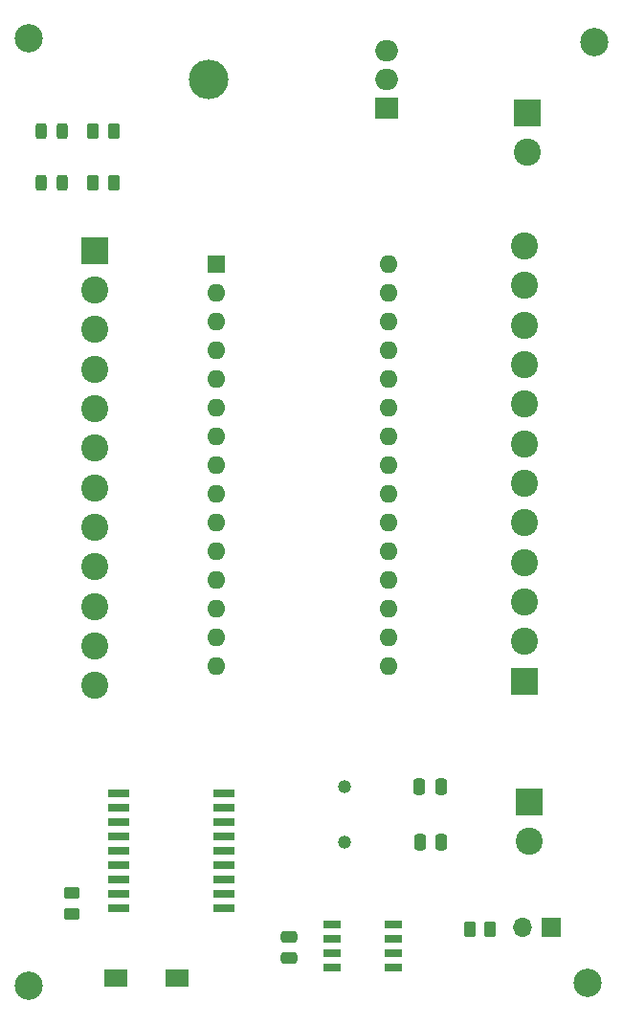
<source format=gbr>
%TF.GenerationSoftware,KiCad,Pcbnew,(6.0.10)*%
%TF.CreationDate,2023-02-10T12:49:52-06:00*%
%TF.ProjectId,lowerArm,6c6f7765-7241-4726-9d2e-6b696361645f,rev?*%
%TF.SameCoordinates,Original*%
%TF.FileFunction,Soldermask,Top*%
%TF.FilePolarity,Negative*%
%FSLAX46Y46*%
G04 Gerber Fmt 4.6, Leading zero omitted, Abs format (unit mm)*
G04 Created by KiCad (PCBNEW (6.0.10)) date 2023-02-10 12:49:52*
%MOMM*%
%LPD*%
G01*
G04 APERTURE LIST*
G04 Aperture macros list*
%AMRoundRect*
0 Rectangle with rounded corners*
0 $1 Rounding radius*
0 $2 $3 $4 $5 $6 $7 $8 $9 X,Y pos of 4 corners*
0 Add a 4 corners polygon primitive as box body*
4,1,4,$2,$3,$4,$5,$6,$7,$8,$9,$2,$3,0*
0 Add four circle primitives for the rounded corners*
1,1,$1+$1,$2,$3*
1,1,$1+$1,$4,$5*
1,1,$1+$1,$6,$7*
1,1,$1+$1,$8,$9*
0 Add four rect primitives between the rounded corners*
20,1,$1+$1,$2,$3,$4,$5,0*
20,1,$1+$1,$4,$5,$6,$7,0*
20,1,$1+$1,$6,$7,$8,$9,0*
20,1,$1+$1,$8,$9,$2,$3,0*%
G04 Aperture macros list end*
%ADD10R,1.700000X1.700000*%
%ADD11O,1.700000X1.700000*%
%ADD12RoundRect,0.243750X0.243750X0.456250X-0.243750X0.456250X-0.243750X-0.456250X0.243750X-0.456250X0*%
%ADD13O,3.500000X3.500000*%
%ADD14R,2.000000X1.905000*%
%ADD15O,2.000000X1.905000*%
%ADD16R,2.400000X2.400000*%
%ADD17C,2.400000*%
%ADD18RoundRect,0.250000X-0.262500X-0.450000X0.262500X-0.450000X0.262500X0.450000X-0.262500X0.450000X0*%
%ADD19RoundRect,0.250000X-0.250000X-0.475000X0.250000X-0.475000X0.250000X0.475000X-0.250000X0.475000X0*%
%ADD20R,2.000000X1.600000*%
%ADD21R,1.600000X1.600000*%
%ADD22O,1.600000X1.600000*%
%ADD23C,2.500000*%
%ADD24RoundRect,0.250000X-0.475000X0.250000X-0.475000X-0.250000X0.475000X-0.250000X0.475000X0.250000X0*%
%ADD25R,1.525000X0.650000*%
%ADD26C,1.192000*%
%ADD27RoundRect,0.250000X-0.450000X0.262500X-0.450000X-0.262500X0.450000X-0.262500X0.450000X0.262500X0*%
%ADD28R,1.850000X0.650000*%
G04 APERTURE END LIST*
D10*
%TO.C,REF\u002A\u002A*%
X168128000Y-126973000D03*
D11*
X165588000Y-126973000D03*
%TD*%
D12*
%TO.C,CAN*%
X124850000Y-56515000D03*
X122975000Y-56515000D03*
%TD*%
D13*
%TO.C,U1*%
X137776000Y-51943000D03*
D14*
X153576000Y-54483000D03*
D15*
X153576000Y-51943000D03*
X153576000Y-49403000D03*
%TD*%
D16*
%TO.C,J1*%
X127762000Y-67056000D03*
D17*
X127762000Y-70556000D03*
X127762000Y-74056000D03*
X127762000Y-77556000D03*
X127762000Y-81056000D03*
X127762000Y-84556000D03*
X127762000Y-88056000D03*
X127762000Y-91556000D03*
X127762000Y-95056000D03*
X127762000Y-98556000D03*
X127762000Y-102056000D03*
X127762000Y-105556000D03*
%TD*%
D18*
%TO.C,R3*%
X127572000Y-61087000D03*
X129397000Y-61087000D03*
%TD*%
D19*
%TO.C,C3*%
X156459448Y-114456458D03*
X158359448Y-114456458D03*
%TD*%
D20*
%TO.C,REF\u002A\u002A*%
X129634000Y-131445000D03*
X135034000Y-131445000D03*
%TD*%
D21*
%TO.C,A1*%
X138490800Y-68224400D03*
D22*
X138490800Y-70764400D03*
X138490800Y-73304400D03*
X138490800Y-75844400D03*
X138490800Y-78384400D03*
X138490800Y-80924400D03*
X138490800Y-83464400D03*
X138490800Y-86004400D03*
X138490800Y-88544400D03*
X138490800Y-91084400D03*
X138490800Y-93624400D03*
X138490800Y-96164400D03*
X138490800Y-98704400D03*
X138490800Y-101244400D03*
X138490800Y-103784400D03*
X153730800Y-103784400D03*
X153730800Y-101244400D03*
X153730800Y-98704400D03*
X153730800Y-96164400D03*
X153730800Y-93624400D03*
X153730800Y-91084400D03*
X153730800Y-88544400D03*
X153730800Y-86004400D03*
X153730800Y-83464400D03*
X153730800Y-80924400D03*
X153730800Y-78384400D03*
X153730800Y-75844400D03*
X153730800Y-73304400D03*
X153730800Y-70764400D03*
X153730800Y-68224400D03*
%TD*%
D19*
%TO.C,C2*%
X156510248Y-119434858D03*
X158410248Y-119434858D03*
%TD*%
D23*
%TO.C,REF\u002A\u002A*%
X171958000Y-48641000D03*
%TD*%
D16*
%TO.C,J2*%
X165762000Y-105152800D03*
D17*
X165762000Y-101652800D03*
X165762000Y-98152800D03*
X165762000Y-94652800D03*
X165762000Y-91152800D03*
X165762000Y-87652800D03*
X165762000Y-84152800D03*
X165762000Y-80652800D03*
X165762000Y-77152800D03*
X165762000Y-73652800D03*
X165762000Y-70152800D03*
X165762000Y-66652800D03*
%TD*%
D24*
%TO.C,C1*%
X144912648Y-127781258D03*
X144912648Y-129681258D03*
%TD*%
D25*
%TO.C,U4*%
X148703048Y-126724658D03*
X148703048Y-127994658D03*
X148703048Y-129264658D03*
X148703048Y-130534658D03*
X154127048Y-130534658D03*
X154127048Y-129264658D03*
X154127048Y-127994658D03*
X154127048Y-126724658D03*
%TD*%
D26*
%TO.C,U2*%
X149860000Y-119380000D03*
X149860000Y-114500000D03*
%TD*%
D23*
%TO.C,REF\u002A\u002A*%
X171323000Y-131826000D03*
%TD*%
D18*
%TO.C,R3*%
X160885500Y-127127000D03*
X162710500Y-127127000D03*
%TD*%
D23*
%TO.C,REF\u002A\u002A*%
X121920000Y-48260000D03*
%TD*%
D18*
%TO.C,R3*%
X127572000Y-56515000D03*
X129397000Y-56515000D03*
%TD*%
D27*
%TO.C,R2*%
X125730000Y-123928500D03*
X125730000Y-125753500D03*
%TD*%
D28*
%TO.C,U3*%
X139168000Y-125222000D03*
X139168000Y-123952000D03*
X139168000Y-122682000D03*
X139168000Y-121412000D03*
X139168000Y-120142000D03*
X139168000Y-118872000D03*
X139168000Y-117602000D03*
X139168000Y-116332000D03*
X139168000Y-115062000D03*
X129818000Y-115062000D03*
X129818000Y-116332000D03*
X129818000Y-117602000D03*
X129818000Y-118872000D03*
X129818000Y-120142000D03*
X129818000Y-121412000D03*
X129818000Y-122682000D03*
X129818000Y-123952000D03*
X129818000Y-125222000D03*
%TD*%
D16*
%TO.C,J3*%
X165989000Y-54885000D03*
D17*
X165989000Y-58385000D03*
%TD*%
D16*
%TO.C,J3*%
X166216000Y-115852000D03*
D17*
X166216000Y-119352000D03*
%TD*%
D12*
%TO.C,REF\u002A\u002A*%
X124850000Y-61087000D03*
X122975000Y-61087000D03*
%TD*%
D23*
%TO.C,REF\u002A\u002A*%
X121920000Y-132080000D03*
%TD*%
M02*

</source>
